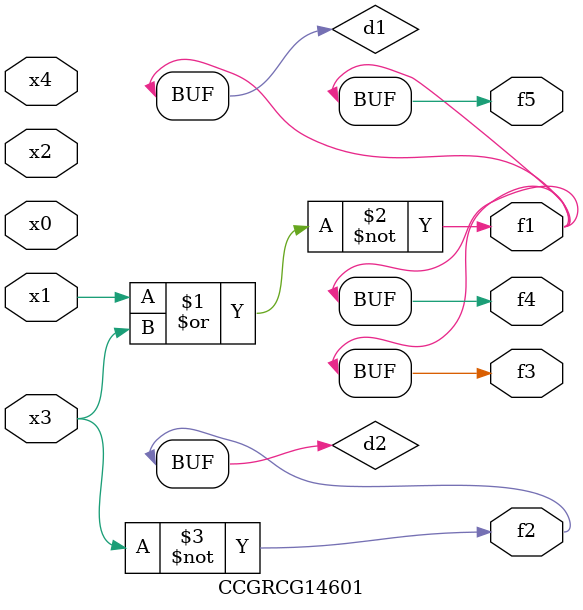
<source format=v>
module CCGRCG14601(
	input x0, x1, x2, x3, x4,
	output f1, f2, f3, f4, f5
);

	wire d1, d2;

	nor (d1, x1, x3);
	not (d2, x3);
	assign f1 = d1;
	assign f2 = d2;
	assign f3 = d1;
	assign f4 = d1;
	assign f5 = d1;
endmodule

</source>
